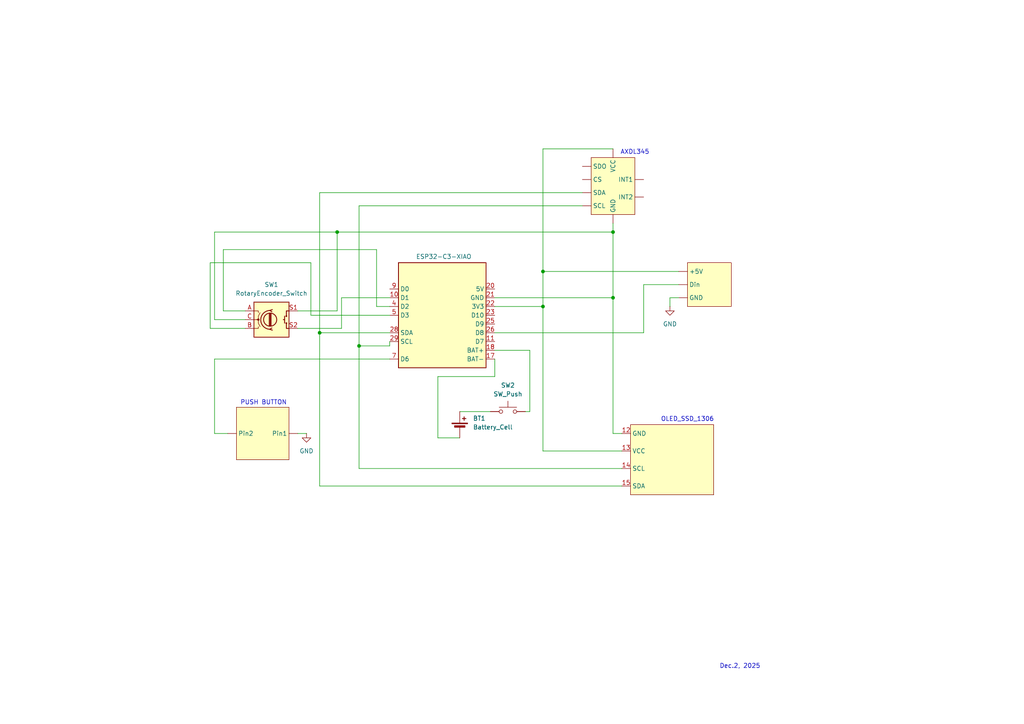
<source format=kicad_sch>
(kicad_sch (version 20250114) (generator "eeschema") (generator_version "9.0")
  (paper "A4")
  (lib_symbols
    (symbol "Device:Battery_Cell" (pin_numbers (hide yes)) (pin_names (offset 0) (hide yes))
      (property "Reference" "BT" (at 2.54 2.54 0))
      (property "Value" "Battery_Cell" (at 2.54 0 0))
      (symbol "Battery_Cell_0_1"
        (rectangle (start -2.286 1.778) (end 2.286 1.524) (fill (type outline)))
        (rectangle (start -1.524 1.016) (end 1.524 0.508) (fill (type outline)))
        (polyline (pts (xy 0 1.778) (xy 0 2.54)))
        (polyline (pts (xy 0 0.762) (xy 0 0)))
        (polyline (pts (xy 0.762 3.048) (xy 1.778 3.048)) (stroke (width 0.254)))
        (polyline (pts (xy 1.27 3.556) (xy 1.27 2.54)) (stroke (width 0.254)))
      )
      (symbol "Battery_Cell_1_1"
        (pin passive line (at 0 5.08 270) (length 2.54) (name "+") (number "1"))
        (pin passive line (at 0 -2.54 90) (length 2.54) (name "-") (number "2"))
      )
    )
    (symbol "Device:RotaryEncoder_Switch" (pin_names (offset 0.254) (hide yes))
      (property "Reference" "SW" (at 0 6.604 0))
      (property "Value" "RotaryEncoder_Switch" (at 0 -6.604 0))
      (symbol "RotaryEncoder_Switch_0_1"
        (rectangle (start -5.08 5.08) (end 5.08 -5.08) (stroke (width 0.254)) (fill (type background)))
        (polyline (pts (xy -5.08 2.54) (xy -3.81 2.54) (xy -3.81 2.032)))
        (polyline (pts (xy -5.08 0) (xy -3.81 0) (xy -3.81 -1.016) (xy -3.302 -2.032)))
        (polyline (pts (xy -5.08 -2.54) (xy -3.81 -2.54) (xy -3.81 -2.032)))
        (polyline (pts (xy -4.318 0) (xy -3.81 0) (xy -3.81 1.016) (xy -3.302 2.032)))
        (circle (center -3.81 0) (radius 0.254) (fill (type outline)))
        (polyline (pts (xy -0.635 -1.778) (xy -0.635 1.778)) (stroke (width 0.254)))
        (circle (center -0.381 0) (radius 1.905) (stroke (width 0.254)))
        (polyline (pts (xy -0.381 -1.778) (xy -0.381 1.778)) (stroke (width 0.254)))
        (arc (start -0.381 -2.794) (mid -3.0988 -0.0635) (end -0.381 2.667) (stroke (width 0.254)))
        (polyline (pts (xy -0.127 1.778) (xy -0.127 -1.778)) (stroke (width 0.254)))
        (polyline (pts (xy 0.254 2.921) (xy -0.508 2.667) (xy 0.127 2.286)) (stroke (width 0.254)))
        (polyline (pts (xy 0.254 -3.048) (xy -0.508 -2.794) (xy 0.127 -2.413)) (stroke (width 0.254)))
        (polyline (pts (xy 3.81 1.016) (xy 3.81 -1.016)) (stroke (width 0.254)))
        (polyline (pts (xy 3.81 0) (xy 3.429 0)) (stroke (width 0.254)))
        (circle (center 4.318 1.016) (radius 0.127) (stroke (width 0.254)))
        (circle (center 4.318 -1.016) (radius 0.127) (stroke (width 0.254)))
        (polyline (pts (xy 5.08 2.54) (xy 4.318 2.54) (xy 4.318 1.016)) (stroke (width 0.254)))
        (polyline (pts (xy 5.08 -2.54) (xy 4.318 -2.54) (xy 4.318 -1.016)) (stroke (width 0.254)))
      )
      (symbol "RotaryEncoder_Switch_1_1"
        (pin passive line (at -7.62 2.54 0) (length 2.54) (name "A") (number "A"))
        (pin passive line (at -7.62 0 0) (length 2.54) (name "C") (number "C"))
        (pin passive line (at -7.62 -2.54 0) (length 2.54) (name "B") (number "B"))
        (pin passive line (at 7.62 2.54 180) (length 2.54) (name "S1") (number "S1"))
        (pin passive line (at 7.62 -2.54 180) (length 2.54) (name "S2") (number "S2"))
      )
    )
    (symbol "RF_Module:ESP32-C3-DevKitM-1"
      (property "Reference" "U1" (at 2.1433 20.32 0))
      (property "Value" "ESP32-C3-XIAO" (at 2.1433 17.78 0))
      (symbol "ESP32-C3-DevKitM-1_1_1"
        (rectangle (start -12.7 15.24) (end 12.7 -15.24) (stroke (width 0.254)) (fill (type background)))
        (pin bidirectional line (at -15.24 7.62 0) (length 2.54) (name "D0") (number "9"))
        (pin bidirectional line (at -15.24 5.08 0) (length 2.54) (name "D1") (number "10"))
        (pin bidirectional line (at -15.24 2.54 0) (length 2.54) (name "D2") (number "4"))
        (pin bidirectional line (at -15.24 0 0) (length 2.54) (name "D3") (number "5"))
        (pin bidirectional line (at -15.24 -5.08 0) (length 2.54) (name "SDA") (number "28"))
        (pin bidirectional line (at -15.24 -7.62 0) (length 2.54) (name "SCL") (number "29"))
        (pin input line (at -15.24 -12.7 0) (length 2.54) (name "D6") (number "7"))
        (pin passive line (at 0 17.78 270) (length 2.54) (hide yes) (name "5V") (number "14"))
        (pin passive line (at 0 -17.78 90) (length 2.54) (hide yes) (name "GND") (number "12"))
        (pin passive line (at 0 -17.78 90) (length 2.54) (hide yes) (name "GND") (number "15"))
        (pin passive line (at 0 -17.78 90) (length 2.54) (hide yes) (name "GND") (number "16"))
        (pin passive line (at 0 -17.78 90) (length 2.54) (hide yes) (name "GND") (number "19"))
        (pin passive line (at 0 -17.78 90) (length 2.54) (hide yes) (name "GND") (number "24"))
        (pin passive line (at 0 -17.78 90) (length 2.54) (hide yes) (name "GND") (number "27"))
        (pin passive line (at 0 -17.78 90) (length 2.54) (hide yes) (name "GND") (number "30"))
        (pin passive line (at 0 -17.78 90) (length 2.54) (hide yes) (name "GND") (number "6"))
        (pin passive line (at 0 -17.78 90) (length 2.54) (hide yes) (name "GND") (number "8"))
        (pin passive line (at 15.24 12.7 180) (length 2.54) (hide yes) (name "3V3") (number "3"))
        (pin bidirectional line (at 15.24 7.62 180) (length 2.54) (name "5V") (number "20"))
        (pin bidirectional line (at 15.24 5.08 180) (length 2.54) (name "GND") (number "21"))
        (pin bidirectional line (at 15.24 2.54 180) (length 2.54) (name "3V3") (number "22"))
        (pin bidirectional line (at 15.24 0 180) (length 2.54) (name "D10") (number "23"))
        (pin bidirectional line (at 15.24 -2.54 180) (length 2.54) (name "D9") (number "25"))
        (pin bidirectional line (at 15.24 -5.08 180) (length 2.54) (name "D8") (number "26"))
        (pin bidirectional line (at 15.24 -7.62 180) (length 2.54) (name "D7") (number "11"))
        (pin bidirectional line (at 15.24 -10.16 180) (length 2.54) (name "BAT+") (number "18"))
        (pin bidirectional line (at 15.24 -12.7 180) (length 2.54) (name "BAT-") (number "17"))
      )
    )
    (symbol "Switch:SW_Push" (pin_numbers (hide yes)) (pin_names (offset 1.016) (hide yes))
      (property "Reference" "SW" (at 1.27 2.54 0))
      (property "Value" "SW_Push" (at 0 -1.524 0))
      (symbol "SW_Push_0_1"
        (circle (center -2.032 0) (radius 0.508))
        (polyline (pts (xy 0 1.27) (xy 0 3.048)))
        (circle (center 2.032 0) (radius 0.508))
        (polyline (pts (xy 2.54 1.27) (xy -2.54 1.27)))
        (pin passive line (at -5.08 0 0) (length 2.54) (name "1") (number "1"))
        (pin passive line (at 5.08 0 180) (length 2.54) (name "2") (number "2"))
      )
    )
    (symbol "my library:ADXL_345"
      (symbol "ADXL_345_0_1"
        (rectangle (start -6.35 8.89) (end 6.35 -7.62) (fill (type color) (color 255 255 194 1)))
      )
      (symbol "ADXL_345_1_1"
        (pin input line (at -8.89 6.35 0) (length 2.54) (name "SDO") (number ""))
        (pin input line (at -8.89 2.54 0) (length 2.54) (name "CS") (number ""))
        (pin bidirectional line (at -8.89 -1.27 0) (length 2.54) (name "SDA") (number ""))
        (pin input line (at -8.89 -5.08 0) (length 2.54) (name "SCL") (number ""))
        (pin power_in line (at 0 11.43 270) (length 2.54) (name "VCC") (number ""))
        (pin input line (at 0 -10.16 90) (length 2.54) (name "GND") (number ""))
        (pin output line (at 8.89 2.54 180) (length 2.54) (name "INT1") (number ""))
        (pin output line (at 8.89 -2.54 180) (length 2.54) (name "INT2") (number ""))
      )
    )
    (symbol "my library:Neo_Pixel"
      (symbol "Neo_Pixel_0_1"
        (rectangle (start -6.35 6.35) (end 6.35 -6.35) (fill (type color) (color 255 255 194 1)))
      )
      (symbol "Neo_Pixel_1_1"
        (pin input line (at -8.89 3.81 0) (length 2.54) (name "+5V") (number ""))
        (pin input line (at -8.89 0 0) (length 2.54) (name "Din") (number ""))
        (pin input line (at -8.89 -3.81 0) (length 2.54) (name "GND") (number ""))
      )
    )
    (symbol "my library:Push_Button"
      (symbol "Push_Button_0_1"
        (rectangle (start -8.89 7.62) (end 6.35 -7.62) (fill (type color) (color 255 255 194 1)))
      )
      (symbol "Push_Button_1_1"
        (pin input line (at -11.43 0 0) (length 2.54) (name "Pin2") (number ""))
        (pin input line (at 8.89 0 180) (length 2.54) (name "Pin1") (number ""))
      )
    )
    (symbol "my library:SSD1306_OLED"
      (symbol "SSD1306_OLED_0_1"
        (rectangle (start -7.62 7.62) (end 16.51 -12.7) (fill (type color) (color 255 255 194 1)))
      )
      (symbol "SSD1306_OLED_1_1"
        (pin passive line (at -10.16 5.08 0) (length 2.54) (name "GND") (number "12"))
        (pin power_in line (at -10.16 0 0) (length 2.54) (name "VCC") (number "13"))
        (pin input line (at -10.16 -5.08 0) (length 2.54) (name "SCL") (number "14"))
        (pin bidirectional line (at -10.16 -10.16 0) (length 2.54) (name "SDA") (number "15"))
      )
    )
    (symbol "power:GND" (power) (pin_numbers (hide yes)) (pin_names (offset 0) (hide yes))
      (property "Value" "GND" (at 0 -3.81 0))
      (symbol "GND_0_1"
        (polyline (pts (xy 0 0) (xy 0 -1.27) (xy 1.27 -1.27) (xy 0 -2.54) (xy -1.27 -1.27) (xy 0 -1.27)))
      )
      (symbol "GND_1_1"
        (pin power_in line (at 0 0 270) (length 0) (name "~") (number "1"))
      )
    )
  )
  (text "OLED_SSD_1306\n" (at 199.39 121.666 0) (effects (font (size 1.27 1.27))))
  (text "Dec.2, 2025" (at 214.63 193.294 0) (effects (font (size 1.27 1.27))))
  (text "AXDL345\n" (at 184.15 44.196 0) (effects (font (size 1.27 1.27))))
  (text "PUSH BUTTON" (at 76.454 116.84 0) (effects (font (size 1.27 1.27))))
  (junction (at 104.14 100.33))
  (junction (at 157.48 78.74))
  (junction (at 177.8 86.36))
  (junction (at 177.8 67.31))
  (junction (at 97.79 67.31))
  (junction (at 92.71 96.52))
  (junction (at 157.48 88.9))
  (wire (pts (xy 62.23 67.31) (xy 97.79 67.31)))
  (wire (pts (xy 62.23 67.31) (xy 62.23 92.71)))
  (wire (pts (xy 157.48 130.81) (xy 157.48 88.9)))
  (wire (pts (xy 177.8 125.73) (xy 177.8 86.36)))
  (wire (pts (xy 157.48 78.74) (xy 157.48 88.9)))
  (wire (pts (xy 113.03 100.33) (xy 113.03 99.06)))
  (wire (pts (xy 92.71 96.52) (xy 113.03 96.52)))
  (wire (pts (xy 157.48 88.9) (xy 143.51 88.9)))
  (wire (pts (xy 86.36 125.73) (xy 88.9 125.73)))
  (wire (pts (xy 143.51 96.52) (xy 186.69 96.52)))
  (wire (pts (xy 66.04 125.73) (xy 62.23 125.73)))
  (wire (pts (xy 196.85 86.36) (xy 194.31 86.36)))
  (wire (pts (xy 60.96 95.25) (xy 60.96 76.2)))
  (wire (pts (xy 180.34 140.97) (xy 92.71 140.97)))
  (wire (pts (xy 92.71 140.97) (xy 92.71 96.52)))
  (wire (pts (xy 99.06 86.36) (xy 113.03 86.36)))
  (wire (pts (xy 64.77 90.17) (xy 64.77 72.39)))
  (wire (pts (xy 86.36 90.17) (xy 97.79 90.17)))
  (wire (pts (xy 62.23 125.73) (xy 62.23 104.14)))
  (wire (pts (xy 133.35 127) (xy 127 127)))
  (wire (pts (xy 97.79 67.31) (xy 177.8 67.31)))
  (wire (pts (xy 90.17 91.44) (xy 90.17 76.2)))
  (wire (pts (xy 127 127) (xy 127 109.22)))
  (wire (pts (xy 194.31 86.36) (xy 194.31 88.9)))
  (wire (pts (xy 62.23 104.14) (xy 113.03 104.14)))
  (wire (pts (xy 168.91 59.69) (xy 104.14 59.69)))
  (wire (pts (xy 177.8 67.31) (xy 177.8 64.77)))
  (wire (pts (xy 71.12 90.17) (xy 64.77 90.17)))
  (wire (pts (xy 62.23 92.71) (xy 71.12 92.71)))
  (wire (pts (xy 177.8 43.18) (xy 157.48 43.18)))
  (wire (pts (xy 97.79 90.17) (xy 97.79 67.31)))
  (wire (pts (xy 180.34 135.89) (xy 104.14 135.89)))
  (wire (pts (xy 180.34 125.73) (xy 177.8 125.73)))
  (wire (pts (xy 109.22 72.39) (xy 109.22 88.9)))
  (wire (pts (xy 153.67 119.38) (xy 153.67 101.6)))
  (wire (pts (xy 60.96 95.25) (xy 71.12 95.25)))
  (wire (pts (xy 109.22 88.9) (xy 113.03 88.9)))
  (wire (pts (xy 168.91 55.88) (xy 92.71 55.88)))
  (wire (pts (xy 157.48 43.18) (xy 157.48 78.74)))
  (wire (pts (xy 186.69 82.55) (xy 196.85 82.55)))
  (wire (pts (xy 104.14 135.89) (xy 104.14 100.33)))
  (wire (pts (xy 104.14 100.33) (xy 113.03 100.33)))
  (wire (pts (xy 99.06 95.25) (xy 99.06 86.36)))
  (wire (pts (xy 90.17 76.2) (xy 60.96 76.2)))
  (wire (pts (xy 186.69 96.52) (xy 186.69 82.55)))
  (wire (pts (xy 143.51 109.22) (xy 143.51 104.14)))
  (wire (pts (xy 157.48 78.74) (xy 196.85 78.74)))
  (wire (pts (xy 177.8 86.36) (xy 177.8 67.31)))
  (wire (pts (xy 64.77 72.39) (xy 109.22 72.39)))
  (wire (pts (xy 104.14 59.69) (xy 104.14 100.33)))
  (wire (pts (xy 86.36 95.25) (xy 99.06 95.25)))
  (wire (pts (xy 127 109.22) (xy 143.51 109.22)))
  (wire (pts (xy 180.34 130.81) (xy 157.48 130.81)))
  (wire (pts (xy 153.67 119.38) (xy 152.4 119.38)))
  (wire (pts (xy 92.71 55.88) (xy 92.71 96.52)))
  (wire (pts (xy 153.67 101.6) (xy 143.51 101.6)))
  (wire (pts (xy 143.51 86.36) (xy 177.8 86.36)))
  (wire (pts (xy 113.03 91.44) (xy 90.17 91.44)))
  (wire (pts (xy 133.35 119.38) (xy 142.24 119.38)))
  (symbol (lib_id "my library:Neo_Pixel") (at 205.74 82.55 0) (unit 1)
    (property "Reference" "U3" (effects (hide yes)))
  )
  (symbol (lib_id "Device:Battery_Cell") (at 133.35 124.46 0) (unit 1)
    (property "Reference" "BT1" (at 137.16 121.3484 0) (effects (justify left)))
    (property "Value" "Battery_Cell" (at 137.16 123.8884 0) (effects (justify left)))
    (property "Description" "Single-cell battery" (effects (hide yes)))
  )
  (symbol (lib_id "power:GND") (at 194.31 88.9 0) (unit 1)
    (property "Reference" "#PWR02" (effects (hide yes)))
    (property "Value" "GND" (at 194.31 93.98 0))
    (property "Description" "Power symbol creates a global label with name \"GND\" , ground" (effects (hide yes)))
  )
  (symbol (lib_id "power:GND") (at 88.9 125.73 0) (unit 1)
    (property "Reference" "#PWR01" (effects (hide yes)))
    (property "Value" "GND" (at 88.9 130.81 0))
    (property "Description" "Power symbol creates a global label with name \"GND\" , ground" (effects (hide yes)))
  )
  (symbol (lib_id "Device:RotaryEncoder_Switch") (at 78.74 92.71 0) (unit 1)
    (property "Reference" "SW1" (at 78.74 82.55 0))
    (property "Value" "RotaryEncoder_Switch" (at 78.74 85.09 0))
    (property "Description" "Rotary encoder, dual channel, incremental quadrate outputs, with switch" (effects (hide yes)))
  )
  (symbol (lib_id "RF_Module:ESP32-C3-DevKitM-1") (at 128.27 91.44 0) (unit 1)
    (property "Reference" "U1" (effects (hide yes)))
    (property "Value" "ESP32-C3-XIAO" (at 120.65 74.422 0) (effects (justify left)))
    (property "Footprint" "RF_Module:ESP32-C3-DevKitM-1" (effects (hide yes)))
    (property "Datasheet" "https://docs.espressif.com/projects/esp-idf/en/latest/esp32c3/hw-reference/esp32c3/user-guide-devkitm-1.html" (effects (hide yes)))
    (property "Description" "Development board featuring ESP32-C3-MINI-1 module" (effects (hide yes)))
  )
  (symbol (lib_id "Switch:SW_Push") (at 147.32 119.38 0) (unit 1)
    (property "Reference" "SW2" (at 147.32 111.76 0))
    (property "Value" "SW_Push" (at 147.32 114.3 0))
    (property "Description" "Push button switch, generic, two pins" (effects (hide yes)))
  )
  (symbol (lib_id "my library:SSD1306_OLED") (at 190.5 130.81 0) (unit 1)
    (property "Reference" "A" (effects (hide yes)))
  )
  (symbol (lib_id "my library:Push_Button") (at 77.47 125.73 0) (unit 1)
    (property "Reference" "U2" (effects (hide yes)))
  )
  (symbol (lib_id "my library:ADXL_345") (at 177.8 54.61 0) (unit 1)
    (property "Reference" "1" (effects (hide yes)))
  )
)
</source>
